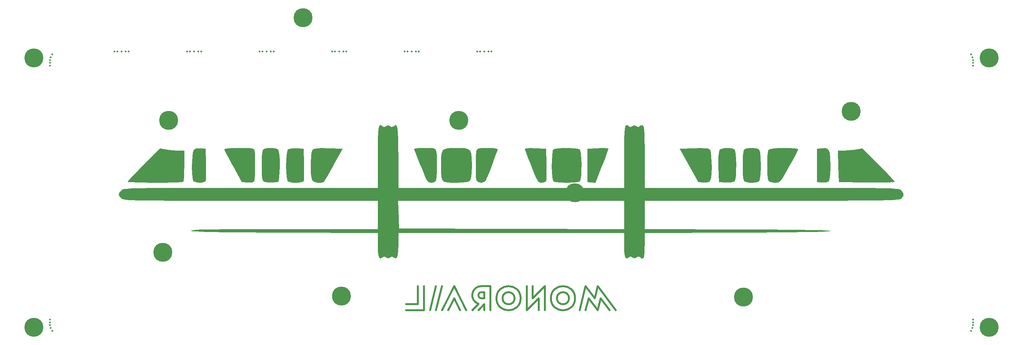
<source format=gbr>
%TF.GenerationSoftware,KiCad,Pcbnew,(7.0.0)*%
%TF.CreationDate,2023-05-06T02:31:30-05:00*%
%TF.ProjectId,Hull_V4N_Tray_Base,48756c6c-5f56-4344-9e5f-547261795f42,rev?*%
%TF.SameCoordinates,Original*%
%TF.FileFunction,Soldermask,Bot*%
%TF.FilePolarity,Negative*%
%FSLAX46Y46*%
G04 Gerber Fmt 4.6, Leading zero omitted, Abs format (unit mm)*
G04 Created by KiCad (PCBNEW (7.0.0)) date 2023-05-06 02:31:30*
%MOMM*%
%LPD*%
G01*
G04 APERTURE LIST*
%ADD10C,0.500000*%
%ADD11C,0.500000*%
%ADD12C,5.000000*%
G04 APERTURE END LIST*
D10*
X144462500Y-124618750D02*
G75*
G03*
X144462500Y-124618750I-3175000J0D01*
G01*
X149225000Y-124618750D02*
X149225000Y-127793750D01*
X157162500Y-124618750D02*
G75*
G03*
X157162500Y-124618750I-1587500J0D01*
G01*
X134937500Y-123031250D02*
X134143750Y-123031250D01*
X146050000Y-127793750D02*
X149225000Y-124618750D01*
X119062500Y-127793750D02*
X119062500Y-121443750D01*
X119062500Y-127793750D02*
X114300000Y-127793750D01*
X159940625Y-127793750D02*
X161528125Y-121443750D01*
X134937500Y-127793750D02*
X134937500Y-126206250D01*
X134143750Y-121443767D02*
G75*
G03*
X133390733Y-126084051I-50J-2381233D01*
G01*
X167878125Y-127793750D02*
X165496875Y-124618750D01*
X142875000Y-124618750D02*
G75*
G03*
X142875000Y-124618750I-1587500J0D01*
G01*
X150812500Y-127793750D02*
X150812500Y-121443750D01*
X146050000Y-127793750D02*
X146050000Y-121443750D01*
X136525000Y-127793750D02*
X136525000Y-121443750D01*
X163909375Y-124618750D02*
X161528125Y-121443750D01*
X133350000Y-127793750D02*
X134937500Y-126206250D01*
X127000000Y-121443750D02*
X123825000Y-127793750D01*
X134937500Y-124618750D02*
X134143750Y-124618750D01*
X163909375Y-124618750D02*
X164703125Y-121443750D01*
X117475000Y-126206250D02*
X117475000Y-121443750D01*
X169465625Y-127793750D02*
X164703125Y-121443750D01*
X122237500Y-127793750D02*
X123825000Y-121443750D01*
X150812500Y-121443750D02*
X147637500Y-124618750D01*
X130175000Y-127793750D02*
X127000000Y-121443750D01*
X158750000Y-124618750D02*
G75*
G03*
X158750000Y-124618750I-3175000J0D01*
G01*
X120650000Y-127793750D02*
X122237500Y-121443750D01*
X134937500Y-124618750D02*
X134937500Y-123031250D01*
X164703125Y-127793750D02*
X162321875Y-124618750D01*
X125412500Y-127793750D02*
X127000000Y-124618750D01*
X131762500Y-127793750D02*
X133350000Y-126206250D01*
X127000000Y-124618750D02*
X128587500Y-127793750D01*
X134143750Y-121443750D02*
X136525000Y-121443750D01*
X134143750Y-123031250D02*
G75*
G03*
X134143750Y-124618750I50J-793750D01*
G01*
X161528125Y-127793750D02*
X162321875Y-124618750D01*
X147637500Y-124618750D02*
X147637500Y-121443750D01*
X164703125Y-127793750D02*
X165496875Y-124618750D01*
X114300000Y-126206250D02*
X117475000Y-126206250D01*
%TO.C,G\u002A\u002A\u002A*%
G36*
X225020957Y-85269045D02*
G01*
X225438303Y-85693013D01*
X225674491Y-86496316D01*
X225779531Y-87778048D01*
X225803430Y-89637303D01*
X225800162Y-90298189D01*
X225739716Y-92111719D01*
X225601060Y-93285296D01*
X225381621Y-93844579D01*
X225300125Y-93909260D01*
X224596783Y-94130798D01*
X223603621Y-94166312D01*
X222247430Y-94066236D01*
X222247430Y-85260902D01*
X223541065Y-85154383D01*
X224372443Y-85125317D01*
X225020957Y-85269045D01*
G37*
G36*
X167240819Y-85193560D02*
G01*
X167552764Y-85282540D01*
X167540632Y-85339203D01*
X167353463Y-85890104D01*
X166975067Y-86912014D01*
X166450622Y-88284505D01*
X165825308Y-89887149D01*
X164097853Y-94273394D01*
X163031308Y-94169815D01*
X161964764Y-94066236D01*
X161964764Y-85260902D01*
X164758764Y-85162539D01*
X165217855Y-85149345D01*
X166410006Y-85146906D01*
X167240819Y-85193560D01*
G37*
G36*
X120269163Y-85096813D02*
G01*
X121280535Y-85139667D01*
X121859594Y-85256268D01*
X122150307Y-85482330D01*
X122296640Y-85853569D01*
X122345901Y-86109323D01*
X122433872Y-87098229D01*
X122483372Y-88463114D01*
X122494398Y-89993534D01*
X122466951Y-91479046D01*
X122401032Y-92709205D01*
X122296640Y-93473569D01*
X122247477Y-93630632D01*
X121851693Y-94105754D01*
X121028149Y-94235569D01*
X120883035Y-94234669D01*
X120483386Y-94191076D01*
X120153762Y-94009402D01*
X119831069Y-93591002D01*
X119452214Y-92837233D01*
X118954105Y-91649452D01*
X118273648Y-89929015D01*
X118102165Y-89492201D01*
X117494323Y-87945781D01*
X116987223Y-86658579D01*
X116629688Y-85754391D01*
X116470542Y-85357015D01*
X116500379Y-85307179D01*
X116986822Y-85196885D01*
X117944276Y-85120270D01*
X119225042Y-85091569D01*
X120269163Y-85096813D01*
G37*
G36*
X93960972Y-85164390D02*
G01*
X97746278Y-85260902D01*
X95480854Y-89328042D01*
X95257224Y-89729183D01*
X94427486Y-91211379D01*
X93718831Y-92467961D01*
X93200428Y-93376701D01*
X92941443Y-93815376D01*
X92795354Y-93967559D01*
X92071080Y-94223101D01*
X91117127Y-94229991D01*
X90221286Y-94008901D01*
X89671346Y-93580500D01*
X89668308Y-93574748D01*
X89485485Y-92867333D01*
X89370452Y-91704474D01*
X89321384Y-90274569D01*
X89336452Y-88766016D01*
X89413831Y-87367214D01*
X89551695Y-86266560D01*
X89748215Y-85652453D01*
X89983007Y-85420463D01*
X90409964Y-85247873D01*
X91130158Y-85157526D01*
X92271268Y-85134629D01*
X93960972Y-85164390D01*
G37*
G36*
X61719430Y-85260902D02*
G01*
X61815407Y-89305186D01*
X61839036Y-90872649D01*
X61833578Y-92271329D01*
X61800193Y-93294930D01*
X61741369Y-93792520D01*
X61606318Y-93951068D01*
X60963547Y-94170771D01*
X60061900Y-94225785D01*
X59173341Y-94112965D01*
X58569830Y-93829169D01*
X58471552Y-93658275D01*
X58300822Y-92872315D01*
X58194233Y-91670203D01*
X58151123Y-90229717D01*
X58170833Y-88728636D01*
X58252702Y-87344739D01*
X58396068Y-86255805D01*
X58600271Y-85639612D01*
X58689391Y-85530395D01*
X59318667Y-85182792D01*
X60378271Y-85151550D01*
X61719430Y-85260902D01*
G37*
G36*
X206483921Y-85229749D02*
G01*
X207109030Y-85497969D01*
X207160631Y-85566601D01*
X207356418Y-86290514D01*
X207475346Y-87662954D01*
X207515430Y-89663569D01*
X207513589Y-90142713D01*
X207456495Y-92010839D01*
X207320980Y-93246442D01*
X207109030Y-93829169D01*
X206936144Y-93941334D01*
X206171939Y-94151986D01*
X205144764Y-94235569D01*
X204698959Y-94219728D01*
X203747054Y-94075323D01*
X203180497Y-93829169D01*
X203128897Y-93760537D01*
X202933110Y-93036624D01*
X202814181Y-91664184D01*
X202774097Y-89663569D01*
X202775938Y-89184424D01*
X202833033Y-87316299D01*
X202968548Y-86080696D01*
X203180497Y-85497969D01*
X203506210Y-85314998D01*
X204396212Y-85138264D01*
X205484215Y-85109847D01*
X206483921Y-85229749D01*
G37*
G36*
X87458097Y-85260902D02*
G01*
X87554073Y-89305186D01*
X87577703Y-90872649D01*
X87572245Y-92271329D01*
X87538859Y-93294930D01*
X87480036Y-93792520D01*
X87397729Y-93897627D01*
X86802322Y-94120300D01*
X85857977Y-94226857D01*
X84800813Y-94215232D01*
X83866947Y-94083358D01*
X83292497Y-93829169D01*
X83136173Y-93491339D01*
X82978563Y-92573586D01*
X82887021Y-91289820D01*
X82860012Y-89813535D01*
X82896001Y-88318224D01*
X82993453Y-86977378D01*
X83150833Y-85964489D01*
X83366606Y-85453051D01*
X83605936Y-85330101D01*
X84474272Y-85170065D01*
X85652606Y-85157584D01*
X87458097Y-85260902D01*
G37*
G36*
X179337164Y-106431289D02*
G01*
X201504097Y-106510009D01*
X204973022Y-106524283D01*
X209830326Y-106552206D01*
X214065618Y-106587115D01*
X217670999Y-106628871D01*
X220638570Y-106677339D01*
X222960431Y-106732380D01*
X224628683Y-106793857D01*
X225635427Y-106861632D01*
X225972764Y-106935569D01*
X225831471Y-106984083D01*
X225060299Y-107054051D01*
X223624829Y-107117769D01*
X221532960Y-107175099D01*
X218792591Y-107225904D01*
X215411621Y-107270047D01*
X211397949Y-107307391D01*
X206759475Y-107337797D01*
X201504097Y-107361129D01*
X177035430Y-107448023D01*
X177035430Y-110606685D01*
X177029027Y-111359159D01*
X176984946Y-112642205D01*
X176908199Y-113573831D01*
X176809653Y-113991124D01*
X176340204Y-114198189D01*
X175762850Y-113824855D01*
X175391559Y-113612003D01*
X174848450Y-113866323D01*
X174356017Y-114127332D01*
X173818097Y-113878236D01*
X173358397Y-113631025D01*
X172816932Y-113865923D01*
X172437803Y-114107671D01*
X172047086Y-114053219D01*
X171794013Y-113494910D01*
X171657575Y-112376292D01*
X171616764Y-110640915D01*
X171616764Y-107443569D01*
X112350097Y-107443569D01*
X112350097Y-110640915D01*
X112329369Y-111957132D01*
X112221689Y-113241937D01*
X112003227Y-113950703D01*
X111652976Y-114139882D01*
X111149929Y-113865923D01*
X110698856Y-113629914D01*
X110148764Y-113878236D01*
X109674815Y-114129112D01*
X109132764Y-113878236D01*
X108673063Y-113631025D01*
X108131599Y-113865923D01*
X107753274Y-114107351D01*
X107362203Y-114053642D01*
X107108879Y-113495981D01*
X106972291Y-112377953D01*
X106931430Y-110643142D01*
X106931430Y-107448023D01*
X82490961Y-107361129D01*
X81978745Y-107359286D01*
X77189724Y-107339461D01*
X73035888Y-107316746D01*
X69478901Y-107290343D01*
X66480429Y-107259457D01*
X64002138Y-107223293D01*
X62005691Y-107181055D01*
X60452754Y-107131947D01*
X59304992Y-107075173D01*
X58524070Y-107009938D01*
X58071653Y-106935447D01*
X57909406Y-106850902D01*
X57912680Y-106822626D01*
X58096349Y-106742938D01*
X58571994Y-106674007D01*
X59378148Y-106615166D01*
X60553346Y-106565747D01*
X62136123Y-106525083D01*
X64165013Y-106492506D01*
X66678551Y-106467349D01*
X69715272Y-106448944D01*
X73313710Y-106436624D01*
X77512399Y-106429721D01*
X82349875Y-106427569D01*
X106931430Y-106427569D01*
X106931430Y-98976902D01*
X112327182Y-98976902D01*
X112519430Y-106258236D01*
X142068097Y-106344762D01*
X171616764Y-106431289D01*
X171616764Y-98976902D01*
X112327182Y-98976902D01*
X106931430Y-98976902D01*
X73572764Y-98976902D01*
X68322905Y-98976700D01*
X63440128Y-98975543D01*
X59156142Y-98972632D01*
X55430736Y-98967166D01*
X52223705Y-98958346D01*
X49494839Y-98945370D01*
X47203931Y-98927440D01*
X45310773Y-98903754D01*
X43775157Y-98873512D01*
X42556874Y-98835916D01*
X41615717Y-98790163D01*
X40911477Y-98735455D01*
X40403947Y-98670990D01*
X40052919Y-98595970D01*
X39818184Y-98509593D01*
X39659535Y-98411059D01*
X39536764Y-98299569D01*
X39078026Y-97750780D01*
X38859430Y-97283569D01*
X39039532Y-96874098D01*
X39536764Y-96267569D01*
X39653333Y-96160977D01*
X39809418Y-96061858D01*
X40039717Y-95974932D01*
X40384437Y-95899400D01*
X40883786Y-95834462D01*
X41577972Y-95779317D01*
X42507203Y-95733165D01*
X43711688Y-95695207D01*
X45231634Y-95664641D01*
X47107248Y-95640667D01*
X49378741Y-95622486D01*
X52086318Y-95609298D01*
X55270189Y-95600302D01*
X58970561Y-95594698D01*
X63227642Y-95591685D01*
X68081640Y-95590465D01*
X73572764Y-95590236D01*
X106931430Y-95590236D01*
X106931430Y-87482223D01*
X106931443Y-87342050D01*
X106939664Y-84654751D01*
X106969514Y-82577714D01*
X107030436Y-81046930D01*
X107131871Y-79998393D01*
X107283263Y-79368094D01*
X107494053Y-79092025D01*
X107773684Y-79106179D01*
X108131599Y-79346548D01*
X108582672Y-79582557D01*
X109132764Y-79334236D01*
X109606713Y-79083359D01*
X110148764Y-79334236D01*
X110608464Y-79581446D01*
X111149929Y-79346548D01*
X111168353Y-79331354D01*
X111522437Y-79100040D01*
X111798675Y-79097903D01*
X112006508Y-79388950D01*
X112155380Y-80037189D01*
X112254732Y-81106628D01*
X112314008Y-82661274D01*
X112342649Y-84765137D01*
X112350097Y-87482223D01*
X112350097Y-95590236D01*
X171616764Y-95590236D01*
X171616764Y-87482223D01*
X171616777Y-87342050D01*
X171624997Y-84654751D01*
X171654847Y-82577714D01*
X171715769Y-81046930D01*
X171817204Y-79998393D01*
X171968596Y-79368094D01*
X172179386Y-79092025D01*
X172459018Y-79106179D01*
X172816932Y-79346548D01*
X173268005Y-79582557D01*
X173818097Y-79334236D01*
X174309777Y-79085657D01*
X174859909Y-79355657D01*
X174888983Y-79379604D01*
X175353021Y-79627962D01*
X175672396Y-79347776D01*
X175889972Y-79147573D01*
X176493251Y-79104924D01*
X176562392Y-79139706D01*
X176718846Y-79327707D01*
X176837076Y-79716477D01*
X176922241Y-80385439D01*
X176979500Y-81414012D01*
X177014012Y-82881617D01*
X177030936Y-84867675D01*
X177035430Y-87451607D01*
X177035430Y-95590236D01*
X210394097Y-95590236D01*
X215643956Y-95590438D01*
X220526733Y-95591595D01*
X224810719Y-95594506D01*
X228536125Y-95599972D01*
X231743156Y-95608792D01*
X234472022Y-95621768D01*
X236762930Y-95639698D01*
X238656088Y-95663384D01*
X240191704Y-95693625D01*
X241409987Y-95731222D01*
X242351144Y-95776974D01*
X243055384Y-95831683D01*
X243562914Y-95896147D01*
X243913942Y-95971168D01*
X244148677Y-96057545D01*
X244307326Y-96156079D01*
X244430097Y-96267569D01*
X244981119Y-97010916D01*
X244998051Y-97758675D01*
X244354742Y-98449698D01*
X244339184Y-98460152D01*
X244147078Y-98546687D01*
X243829102Y-98623137D01*
X243345865Y-98690112D01*
X242657979Y-98748223D01*
X241726052Y-98798080D01*
X240510695Y-98840293D01*
X238972517Y-98875472D01*
X237072129Y-98904228D01*
X234770140Y-98927170D01*
X232027160Y-98944908D01*
X228803798Y-98958053D01*
X225060666Y-98967215D01*
X220758373Y-98973003D01*
X215857528Y-98976029D01*
X210318742Y-98976902D01*
X177035430Y-98976902D01*
X177035430Y-106423115D01*
X179337164Y-106431289D01*
G37*
G36*
X158467378Y-85157065D02*
G01*
X159489878Y-85292622D01*
X160034364Y-85497969D01*
X160171507Y-85800193D01*
X160322003Y-86690355D01*
X160415802Y-87958655D01*
X160452906Y-89429576D01*
X160433314Y-90927604D01*
X160357027Y-92277223D01*
X160224043Y-93302916D01*
X160034364Y-93829169D01*
X160026909Y-93836326D01*
X159431357Y-94051910D01*
X158244399Y-94188099D01*
X156546097Y-94235569D01*
X156491779Y-94235530D01*
X154806835Y-94185424D01*
X153635499Y-94046861D01*
X153057830Y-93829169D01*
X152920687Y-93526944D01*
X152770192Y-92636782D01*
X152676392Y-91368483D01*
X152639288Y-89897561D01*
X152658880Y-88399533D01*
X152735168Y-87049915D01*
X152868151Y-86024222D01*
X153057830Y-85497969D01*
X153511529Y-85312720D01*
X154488940Y-85169123D01*
X155771195Y-85095315D01*
X157162579Y-85091295D01*
X158467378Y-85157065D01*
G37*
G36*
X128097428Y-85092308D02*
G01*
X129578221Y-85136216D01*
X130577718Y-85325460D01*
X131190486Y-85766428D01*
X131511093Y-86565509D01*
X131634107Y-87829093D01*
X131654097Y-89663569D01*
X131654039Y-89768181D01*
X131627280Y-91445612D01*
X131540585Y-92577784D01*
X131377583Y-93288954D01*
X131121907Y-93703378D01*
X130816515Y-93913937D01*
X130142107Y-94104869D01*
X129048828Y-94205956D01*
X127408489Y-94235569D01*
X126629722Y-94233990D01*
X125319503Y-94182333D01*
X124442268Y-93978492D01*
X123911163Y-93517436D01*
X123639336Y-92694137D01*
X123539931Y-91403565D01*
X123526097Y-89540690D01*
X123526330Y-89196218D01*
X123559849Y-87492786D01*
X123719568Y-86340838D01*
X124103968Y-85632559D01*
X124811534Y-85260131D01*
X125940749Y-85115740D01*
X127590097Y-85091569D01*
X128097428Y-85092308D01*
G37*
G36*
X200038712Y-85218587D02*
G01*
X200674364Y-85497969D01*
X200812142Y-85796098D01*
X200965242Y-86685340D01*
X201059553Y-87954204D01*
X201095378Y-89426996D01*
X201073023Y-90928026D01*
X200992792Y-92281601D01*
X200854988Y-93312029D01*
X200659915Y-93843617D01*
X200506399Y-93949724D01*
X199672378Y-94147416D01*
X198373915Y-94165351D01*
X196508764Y-94066236D01*
X196413033Y-90050268D01*
X196400896Y-89433243D01*
X196411997Y-87477737D01*
X196514608Y-86186478D01*
X196708500Y-85562935D01*
X197067674Y-85339160D01*
X197958350Y-85143720D01*
X199041034Y-85102017D01*
X200038712Y-85218587D01*
G37*
G36*
X215030467Y-85095928D02*
G01*
X216203260Y-85159976D01*
X217026267Y-85274935D01*
X217336764Y-85441983D01*
X217232228Y-85762568D01*
X216786719Y-86684063D01*
X215995217Y-88168900D01*
X214862063Y-90208988D01*
X213391599Y-92796236D01*
X213180804Y-93155459D01*
X212660782Y-93862565D01*
X212109913Y-94169079D01*
X211294221Y-94235569D01*
X211125273Y-94232123D01*
X210204090Y-94097962D01*
X209615164Y-93829169D01*
X209563563Y-93760537D01*
X209367776Y-93036624D01*
X209248848Y-91664184D01*
X209208764Y-89663569D01*
X209210605Y-89184424D01*
X209267700Y-87316299D01*
X209403215Y-86080696D01*
X209615164Y-85497969D01*
X210095942Y-85325234D01*
X211040626Y-85197442D01*
X212286425Y-85115840D01*
X213670614Y-85081609D01*
X215030467Y-85095928D01*
G37*
G36*
X51165195Y-85466281D02*
G01*
X51619619Y-85541646D01*
X52984006Y-85688854D01*
X54353430Y-85754153D01*
X56131430Y-85768902D01*
X56131430Y-89776458D01*
X56114337Y-91319084D01*
X56065973Y-92656813D01*
X55993890Y-93601005D01*
X55905653Y-94009791D01*
X55856558Y-94032408D01*
X55297344Y-94102679D01*
X54227771Y-94157486D01*
X52766592Y-94197019D01*
X51032565Y-94221470D01*
X49144445Y-94231027D01*
X47220988Y-94225882D01*
X45380949Y-94206225D01*
X43743085Y-94172245D01*
X42426151Y-94124134D01*
X41548903Y-94062082D01*
X41230097Y-93986278D01*
X41411307Y-93732883D01*
X42002967Y-93068968D01*
X42931464Y-92082187D01*
X44120187Y-90853802D01*
X45492528Y-89465073D01*
X49754960Y-85193159D01*
X51165195Y-85466281D01*
G37*
G36*
X71793699Y-85098922D02*
G01*
X73090180Y-85140635D01*
X73906222Y-85232589D01*
X74355711Y-85389796D01*
X74552530Y-85627268D01*
X74582038Y-85732103D01*
X74669591Y-86483915D01*
X74725999Y-87675298D01*
X74751412Y-89120278D01*
X74745979Y-90632881D01*
X74709846Y-92027132D01*
X74643163Y-93117058D01*
X74546079Y-93716683D01*
X74381541Y-93965280D01*
X73837004Y-94168546D01*
X72801302Y-94167715D01*
X71268544Y-94066236D01*
X68949321Y-89865544D01*
X68647873Y-89317120D01*
X67853969Y-87847383D01*
X67213539Y-86624562D01*
X66785832Y-85763292D01*
X66630097Y-85378211D01*
X66900451Y-85273076D01*
X67722142Y-85178890D01*
X68962936Y-85115062D01*
X70488530Y-85091569D01*
X71793699Y-85098922D01*
G37*
G36*
X148333430Y-85162539D02*
G01*
X151127430Y-85260902D01*
X151223407Y-89305186D01*
X151247036Y-90872649D01*
X151241578Y-92271329D01*
X151208193Y-93294930D01*
X151149369Y-93792520D01*
X150747315Y-94100918D01*
X149979400Y-94235569D01*
X149878836Y-94234833D01*
X149492426Y-94188992D01*
X149167298Y-94000992D01*
X148842444Y-93572875D01*
X148456854Y-92806682D01*
X147949522Y-91604455D01*
X147259438Y-89868237D01*
X147061329Y-89363762D01*
X146463419Y-87822083D01*
X145980279Y-86547506D01*
X145657189Y-85660751D01*
X145539430Y-85282540D01*
X145577405Y-85247997D01*
X146083218Y-85172632D01*
X147054403Y-85141891D01*
X148333430Y-85162539D01*
G37*
G36*
X137171139Y-85133427D02*
G01*
X138101814Y-85257956D01*
X138427430Y-85455758D01*
X138351361Y-85759509D01*
X138074213Y-86585627D01*
X137648749Y-87765770D01*
X137132800Y-89147539D01*
X136584194Y-90578536D01*
X136060760Y-91906361D01*
X135620329Y-92978616D01*
X135320729Y-93642902D01*
X134887008Y-94040898D01*
X134116696Y-94230111D01*
X133346247Y-94118765D01*
X132875664Y-93699870D01*
X132816123Y-93394076D01*
X132740812Y-92484499D01*
X132689229Y-91183913D01*
X132670097Y-89663569D01*
X132678943Y-88626588D01*
X132720831Y-87234957D01*
X132789312Y-86178100D01*
X132875664Y-85627268D01*
X133019859Y-85419723D01*
X133475936Y-85221024D01*
X134343388Y-85119835D01*
X135754331Y-85091569D01*
X137171139Y-85133427D01*
G37*
G36*
X80161254Y-85229749D02*
G01*
X80786364Y-85497969D01*
X80816347Y-85534997D01*
X80995505Y-86122570D01*
X81121154Y-87169085D01*
X81193618Y-88512493D01*
X81213218Y-89990747D01*
X81180277Y-91441801D01*
X81095117Y-92703605D01*
X80958061Y-93614113D01*
X80769430Y-94011276D01*
X80422316Y-94108397D01*
X79465167Y-94203318D01*
X78372463Y-94180060D01*
X77413564Y-94051164D01*
X76857830Y-93829169D01*
X76806230Y-93760537D01*
X76610443Y-93036624D01*
X76491515Y-91664184D01*
X76451430Y-89663569D01*
X76453272Y-89184424D01*
X76510366Y-87316299D01*
X76645881Y-86080696D01*
X76857830Y-85497969D01*
X77183543Y-85314998D01*
X78073545Y-85138264D01*
X79161548Y-85109847D01*
X80161254Y-85229749D01*
G37*
G36*
X192726497Y-85151638D02*
G01*
X193489566Y-85233254D01*
X193944416Y-85395269D01*
X194218646Y-85652453D01*
X194220484Y-85654991D01*
X194418236Y-86277180D01*
X194555823Y-87384248D01*
X194631655Y-88787798D01*
X194644144Y-90299436D01*
X194591701Y-91730764D01*
X194472737Y-92893387D01*
X194285663Y-93598909D01*
X194051626Y-93920888D01*
X193498963Y-94165855D01*
X192515277Y-94169311D01*
X191105325Y-94066236D01*
X186211999Y-85260902D01*
X190001597Y-85164390D01*
X191527616Y-85135656D01*
X192726497Y-85151638D01*
G37*
G36*
X238474333Y-89465073D02*
G01*
X239701215Y-90705556D01*
X240914323Y-91956879D01*
X241875704Y-92976142D01*
X242508727Y-93681943D01*
X242736764Y-93992883D01*
X242678438Y-94024325D01*
X242101030Y-94088709D01*
X240984367Y-94136392D01*
X239425640Y-94165201D01*
X237522042Y-94172963D01*
X235370764Y-94157507D01*
X228004764Y-94066236D01*
X227909673Y-89917569D01*
X227814583Y-85768902D01*
X229603007Y-85754153D01*
X230156624Y-85739220D01*
X231582254Y-85634479D01*
X232801666Y-85466281D01*
X234211901Y-85193159D01*
X238474333Y-89465073D01*
G37*
%TD*%
D11*
%TO.C,REF\u002A\u002A*%
X98687500Y-59741515D03*
X97947500Y-59741515D03*
X94987500Y-59741515D03*
X95727500Y-59741515D03*
X96837500Y-59741515D03*
%TD*%
%TO.C,REF\u002A\u002A*%
X262725000Y-133187500D03*
X263125000Y-132447500D03*
X263275000Y-130227500D03*
X263275000Y-131707500D03*
X263275000Y-130967500D03*
%TD*%
D12*
%TO.C,*%
X202974795Y-124287900D03*
%TD*%
D11*
%TO.C,REF\u002A\u002A*%
X77787500Y-59741515D03*
X79637500Y-59741515D03*
X75937500Y-59741515D03*
X78897500Y-59741515D03*
X76677500Y-59741515D03*
%TD*%
%TO.C,REF\u002A\u002A*%
X58737500Y-59741515D03*
X56887500Y-59741515D03*
X57627500Y-59741515D03*
X60587500Y-59741515D03*
X59847500Y-59741515D03*
%TD*%
D12*
%TO.C,*%
X16637500Y-61412500D03*
%TD*%
D11*
%TO.C,REF\u002A\u002A*%
X114777500Y-59741515D03*
X115887500Y-59741515D03*
X114037500Y-59741515D03*
X116997500Y-59741515D03*
X117737500Y-59741515D03*
%TD*%
D12*
%TO.C,*%
X52037503Y-77788001D03*
%TD*%
%TO.C,*%
X97387502Y-124087902D03*
%TD*%
%TO.C,*%
X231274795Y-75487999D03*
%TD*%
%TO.C,*%
X267525002Y-132262501D03*
%TD*%
D11*
%TO.C,REF\u002A\u002A*%
X21037502Y-61227501D03*
X20887502Y-61967501D03*
X20887502Y-62707501D03*
X21437502Y-60487501D03*
X20887502Y-63447501D03*
%TD*%
D12*
%TO.C,*%
X158724796Y-96888001D03*
%TD*%
%TO.C,*%
X128237502Y-77788001D03*
%TD*%
%TO.C,*%
X50487503Y-112537900D03*
%TD*%
%TO.C,*%
X87312500Y-50800000D03*
%TD*%
%TO.C,*%
X267525001Y-61412501D03*
%TD*%
D11*
%TO.C,REF\u002A\u002A*%
X40797500Y-59741515D03*
X37837500Y-59741515D03*
X41537500Y-59741515D03*
X38577500Y-59741515D03*
X39687500Y-59741515D03*
%TD*%
D12*
%TO.C,*%
X16637499Y-132262500D03*
%TD*%
D11*
%TO.C,REF\u002A\u002A*%
X133087500Y-59741515D03*
X133827500Y-59741515D03*
X136047500Y-59741515D03*
X134937500Y-59741515D03*
X136787500Y-59741515D03*
%TD*%
%TO.C,REF\u002A\u002A*%
X20887501Y-130967500D03*
X20887501Y-131707500D03*
X20887501Y-130227500D03*
X21437501Y-133187500D03*
X21037501Y-132447500D03*
%TD*%
%TO.C,REF\u002A\u002A*%
X263275000Y-63447501D03*
X263275000Y-61967501D03*
X263275000Y-62707501D03*
X262725000Y-60487501D03*
X263125000Y-61227501D03*
%TD*%
M02*

</source>
